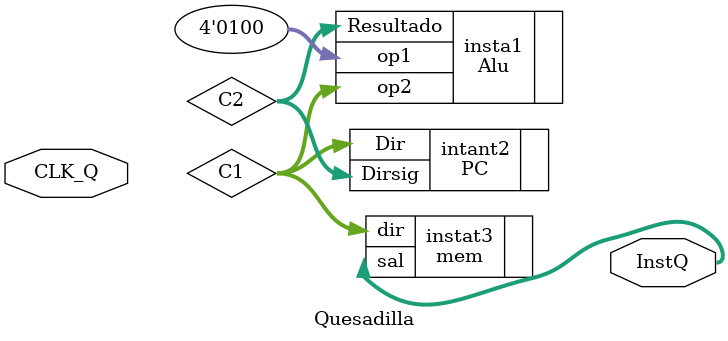
<source format=v>

module Quesadilla(
	input CLK_Q ,
	output [31:0]InstQ
);

wire [31:0] C1;
wire [31:0] C2;

Alu insta1(
	.op1(4'b0100),
	.op2(C1),
	.Resultado(C2)
);

PC intant2(
	.Dirsig(C2),
	.Dir(C1)

);

mem instat3(
	.dir(C1),
	.sal(InstQ)
);
endmodule

</source>
